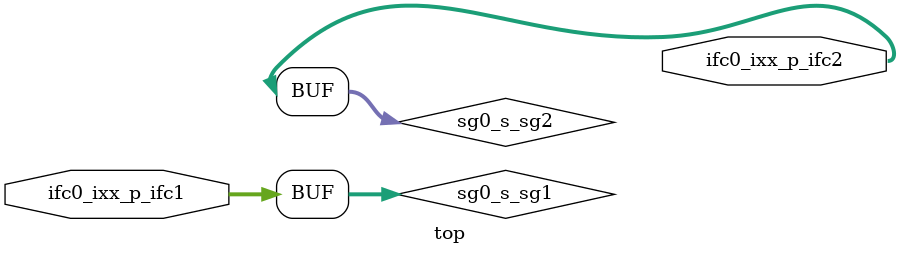
<source format=v>
`include "defines.v"

module top(ifc0_ixx_p_ifc1,
           ifc0_ixx_p_ifc2);
// Location of source csl unit: file name = suffix_set_suffix.csl line number = 18
  input [8 - 1:0] ifc0_ixx_p_ifc1;
  output [8 - 1:0] ifc0_ixx_p_ifc2;
  wire [8 - 1:0] sg0_s_sg1;
  wire [8 - 1:0] sg0_s_sg2;
  assign   ifc0_ixx_p_ifc1 = sg0_s_sg1;
  assign   ifc0_ixx_p_ifc2 = sg0_s_sg2;
  `include "top.logic.v"
endmodule


</source>
